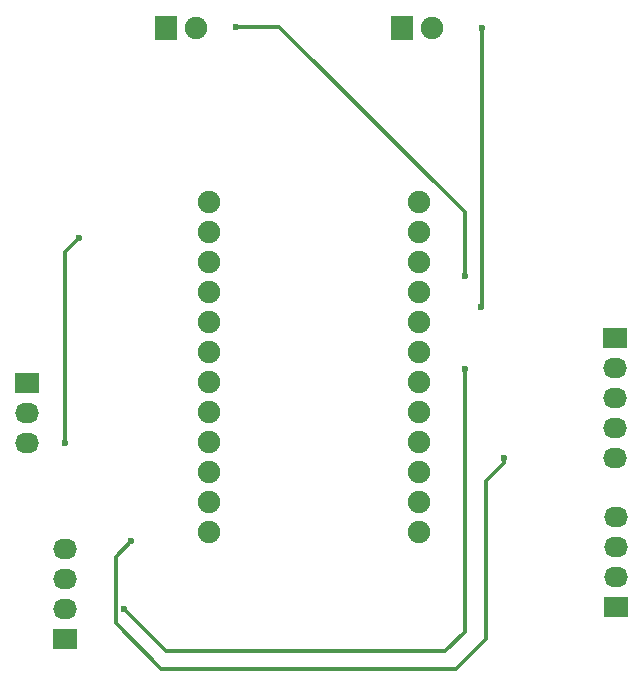
<source format=gtl>
G04 #@! TF.FileFunction,Copper,L1,Top,Signal*
%FSLAX46Y46*%
G04 Gerber Fmt 4.6, Leading zero omitted, Abs format (unit mm)*
G04 Created by KiCad (PCBNEW 4.0.4+e1-6308~48~ubuntu16.04.1-stable) date Tue Nov 29 21:46:03 2016*
%MOMM*%
%LPD*%
G01*
G04 APERTURE LIST*
%ADD10C,0.100000*%
%ADD11R,2.032000X1.727200*%
%ADD12O,2.032000X1.727200*%
%ADD13C,1.900000*%
%ADD14R,1.900000X2.000000*%
%ADD15C,0.600000*%
%ADD16C,0.300000*%
G04 APERTURE END LIST*
D10*
D11*
X78925000Y-121800000D03*
D12*
X78925000Y-119260000D03*
X78925000Y-116720000D03*
X78925000Y-114180000D03*
D13*
X91110000Y-84760000D03*
X91110000Y-87300000D03*
X91110000Y-89840000D03*
X91110000Y-92380000D03*
X91110000Y-94920000D03*
X91110000Y-97460000D03*
X91110000Y-100000000D03*
X91110000Y-102540000D03*
X91110000Y-105080000D03*
X91110000Y-107620000D03*
X91110000Y-110160000D03*
X91110000Y-112700000D03*
X108890000Y-84760000D03*
X108890000Y-87300000D03*
X108890000Y-89840000D03*
X108890000Y-92380000D03*
X108890000Y-94920000D03*
X108890000Y-97460000D03*
X108890000Y-100000000D03*
X108890000Y-102540000D03*
X108890000Y-105080000D03*
X108890000Y-107620000D03*
X108890000Y-110160000D03*
X108890000Y-112700000D03*
D14*
X87460000Y-70000000D03*
D13*
X90000000Y-70000000D03*
D14*
X107460000Y-70000000D03*
D13*
X110000000Y-70000000D03*
D11*
X125625000Y-119105000D03*
D12*
X125625000Y-116565000D03*
X125625000Y-114025000D03*
X125625000Y-111485000D03*
D11*
X75755000Y-100125000D03*
D12*
X75755000Y-102665000D03*
X75755000Y-105205000D03*
D11*
X125500000Y-96315000D03*
D12*
X125500000Y-98855000D03*
X125500000Y-101395000D03*
X125500000Y-103935000D03*
X125500000Y-106475000D03*
D15*
X112800000Y-91075000D03*
X93450000Y-69925000D03*
X114150000Y-93625000D03*
X114250000Y-70075000D03*
X116125000Y-106474999D03*
X84550000Y-113500000D03*
X112775000Y-98875000D03*
X83925000Y-119225000D03*
X80100000Y-87850000D03*
X78925000Y-105200000D03*
D16*
X93450000Y-69925000D02*
X97100000Y-69925000D01*
X97100000Y-69925000D02*
X112800000Y-85625000D01*
X112800000Y-85625000D02*
X112800000Y-91075000D01*
X114250000Y-70075000D02*
X114250000Y-93525000D01*
X114250000Y-93525000D02*
X114150000Y-93625000D01*
X84550000Y-113500000D02*
X83224999Y-114825001D01*
X83224999Y-114825001D02*
X83224999Y-120424999D01*
X83224999Y-120424999D02*
X87100000Y-124300000D01*
X112077833Y-124300000D02*
X114600000Y-121777833D01*
X116125000Y-106899263D02*
X116125000Y-106474999D01*
X87100000Y-124300000D02*
X112077833Y-124300000D01*
X114600000Y-121777833D02*
X114600000Y-108424263D01*
X114600000Y-108424263D02*
X116125000Y-106899263D01*
X83925000Y-119225000D02*
X87525000Y-122825000D01*
X87525000Y-122825000D02*
X111125000Y-122825000D01*
X111125000Y-122825000D02*
X112775000Y-121175000D01*
X112775000Y-121175000D02*
X112775000Y-98875000D01*
X78925000Y-105200000D02*
X78925000Y-89025000D01*
X79800001Y-88149999D02*
X80100000Y-87850000D01*
X78925000Y-89025000D02*
X79800001Y-88149999D01*
M02*

</source>
